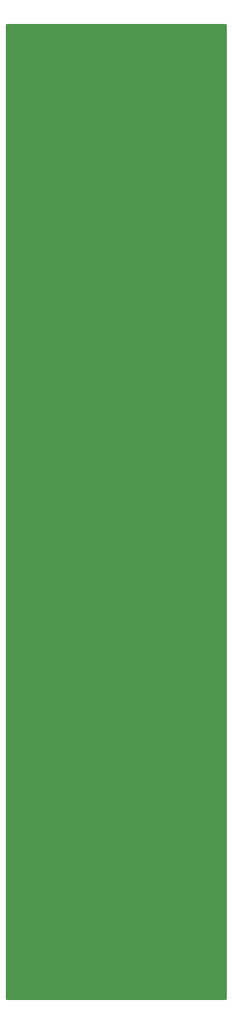
<source format=gbr>
G04 #@! TF.GenerationSoftware,KiCad,Pcbnew,(5.1.4-0-10_14)*
G04 #@! TF.CreationDate,2019-10-08T20:54:48-07:00*
G04 #@! TF.ProjectId,VCA_Front_Panel,5643415f-4672-46f6-9e74-5f50616e656c,rev?*
G04 #@! TF.SameCoordinates,Original*
G04 #@! TF.FileFunction,Copper,L1,Top*
G04 #@! TF.FilePolarity,Positive*
%FSLAX46Y46*%
G04 Gerber Fmt 4.6, Leading zero omitted, Abs format (unit mm)*
G04 Created by KiCad (PCBNEW (5.1.4-0-10_14)) date 2019-10-08 20:54:48*
%MOMM*%
%LPD*%
G04 APERTURE LIST*
%ADD10C,11.999999*%
%ADD11C,7.999999*%
%ADD12C,5.000000*%
%ADD13C,0.254000*%
G04 APERTURE END LIST*
D10*
X81280000Y-58166000D03*
X81280000Y-115316000D03*
D11*
X78740000Y-73025000D03*
X78740000Y-130175000D03*
X72136000Y-86360000D03*
X72136000Y-143510000D03*
X72136000Y-97536000D03*
X72136000Y-154686000D03*
X86614000Y-86360000D03*
X86614000Y-143510000D03*
X86614000Y-97536000D03*
X86614000Y-154686000D03*
D12*
X71374000Y-42926000D03*
X71374000Y-165354000D03*
D13*
G36*
X93066001Y-167742000D02*
G01*
X64414000Y-167742000D01*
X64414000Y-40538000D01*
X93066000Y-40538000D01*
X93066001Y-167742000D01*
X93066001Y-167742000D01*
G37*
X93066001Y-167742000D02*
X64414000Y-167742000D01*
X64414000Y-40538000D01*
X93066000Y-40538000D01*
X93066001Y-167742000D01*
M02*

</source>
